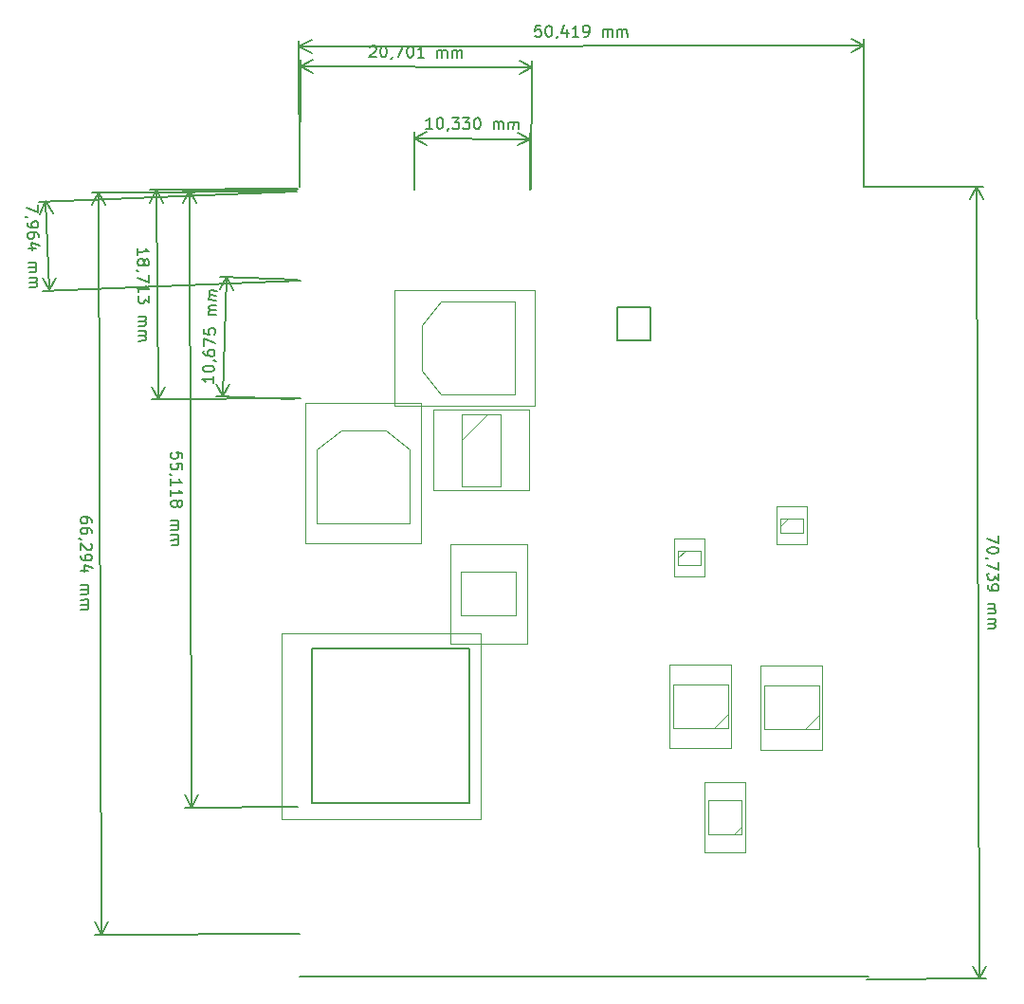
<source format=gbr>
%TF.GenerationSoftware,KiCad,Pcbnew,(5.1.12)-1*%
%TF.CreationDate,2021-12-15T12:49:01+01:00*%
%TF.ProjectId,HorseFOT_thomas_v1,486f7273-6546-44f5-945f-74686f6d6173,rev?*%
%TF.SameCoordinates,Original*%
%TF.FileFunction,OtherDrawing,Comment*%
%FSLAX46Y46*%
G04 Gerber Fmt 4.6, Leading zero omitted, Abs format (unit mm)*
G04 Created by KiCad (PCBNEW (5.1.12)-1) date 2021-12-15 12:49:01*
%MOMM*%
%LPD*%
G01*
G04 APERTURE LIST*
%ADD10C,0.150000*%
%ADD11C,0.200000*%
%ADD12C,0.100000*%
%ADD13C,0.050000*%
G04 APERTURE END LIST*
D10*
X110348487Y-42721313D02*
X110375106Y-43387448D01*
X109358791Y-42999147D01*
X109440596Y-43853705D02*
X109393015Y-43855606D01*
X109295952Y-43811828D01*
X109246469Y-43766148D01*
X109412028Y-44331417D02*
X109419634Y-44521741D01*
X109471018Y-44615002D01*
X109520500Y-44660682D01*
X109667046Y-44750140D01*
X109859271Y-44790116D01*
X110239920Y-44774905D01*
X110333181Y-44723521D01*
X110378861Y-44674039D01*
X110422639Y-44576975D01*
X110415034Y-44386651D01*
X110363650Y-44293390D01*
X110314168Y-44247710D01*
X110217104Y-44203932D01*
X109979199Y-44213439D01*
X109885938Y-44264822D01*
X109840258Y-44314305D01*
X109796480Y-44411368D01*
X109804085Y-44601693D01*
X109855469Y-44694953D01*
X109904951Y-44740633D01*
X110002015Y-44784412D01*
X110464468Y-45623759D02*
X110456863Y-45433435D01*
X110405479Y-45340174D01*
X110355997Y-45294494D01*
X110209451Y-45205036D01*
X110017225Y-45165060D01*
X109636577Y-45180271D01*
X109543316Y-45231655D01*
X109497636Y-45281137D01*
X109453858Y-45378200D01*
X109461463Y-45568525D01*
X109512847Y-45661786D01*
X109562329Y-45707465D01*
X109659393Y-45751244D01*
X109897298Y-45741737D01*
X109990559Y-45690353D01*
X110036239Y-45640871D01*
X110080017Y-45543807D01*
X110072412Y-45353483D01*
X110021028Y-45260222D01*
X109971546Y-45214543D01*
X109874482Y-45170764D01*
X110169427Y-46588690D02*
X109503292Y-46615308D01*
X110540569Y-46335574D02*
X109817347Y-46126188D01*
X109842064Y-46744742D01*
X109554628Y-47899997D02*
X110220763Y-47873379D01*
X110125601Y-47877181D02*
X110175083Y-47922861D01*
X110226467Y-48016122D01*
X110232171Y-48158865D01*
X110188393Y-48255929D01*
X110095132Y-48307312D01*
X109571740Y-48328227D01*
X110095132Y-48307312D02*
X110192195Y-48351091D01*
X110243579Y-48444352D01*
X110249283Y-48587095D01*
X110205505Y-48684158D01*
X110112244Y-48735542D01*
X109588852Y-48756457D01*
X109607865Y-49232267D02*
X110274000Y-49205649D01*
X110178838Y-49209451D02*
X110228321Y-49255131D01*
X110279704Y-49348392D01*
X110285408Y-49491135D01*
X110241630Y-49588199D01*
X110148369Y-49639582D01*
X109624977Y-49660497D01*
X110148369Y-49639582D02*
X110245433Y-49683361D01*
X110296816Y-49776622D01*
X110302520Y-49919365D01*
X110258742Y-50016428D01*
X110165481Y-50067812D01*
X109642089Y-50088727D01*
X111407572Y-50381597D02*
X111089572Y-42423597D01*
X133795000Y-49487000D02*
X110821619Y-50405011D01*
X133477000Y-41529000D02*
X110503619Y-42447011D01*
X111089572Y-42423597D02*
X111720504Y-43525788D01*
X111089572Y-42423597D02*
X110548598Y-43572617D01*
X111407572Y-50381597D02*
X111948546Y-49232577D01*
X111407572Y-50381597D02*
X110776640Y-49279406D01*
X145601608Y-35942452D02*
X145030190Y-35938967D01*
X145315899Y-35940710D02*
X145321998Y-34940728D01*
X145225891Y-35083002D01*
X145130073Y-35177658D01*
X145034547Y-35224695D01*
X146226743Y-34946246D02*
X146321980Y-34946827D01*
X146416925Y-34995026D01*
X146464253Y-35042935D01*
X146511291Y-35138461D01*
X146557747Y-35329224D01*
X146556295Y-35567315D01*
X146507515Y-35757497D01*
X146459316Y-35852443D01*
X146411408Y-35899771D01*
X146315881Y-35946808D01*
X146220645Y-35946228D01*
X146125699Y-35898029D01*
X146078371Y-35850120D01*
X146031334Y-35754593D01*
X145984877Y-35563830D01*
X145986329Y-35325739D01*
X146035109Y-35135557D01*
X146083308Y-35040611D01*
X146131216Y-34993284D01*
X146226743Y-34946246D01*
X147030444Y-35903546D02*
X147030153Y-35951165D01*
X146981954Y-36046110D01*
X146934046Y-36093438D01*
X147369579Y-34953216D02*
X147988615Y-34956991D01*
X147652965Y-35335904D01*
X147795819Y-35336775D01*
X147890765Y-35384974D01*
X147938093Y-35432883D01*
X147985130Y-35528409D01*
X147983678Y-35766500D01*
X147935479Y-35861446D01*
X147887571Y-35908774D01*
X147792044Y-35955811D01*
X147506335Y-35954069D01*
X147411389Y-35905870D01*
X147364061Y-35857961D01*
X148321942Y-34959024D02*
X148940978Y-34962800D01*
X148605328Y-35341712D01*
X148748182Y-35342583D01*
X148843128Y-35390782D01*
X148890456Y-35438691D01*
X148937493Y-35534218D01*
X148936041Y-35772308D01*
X148887842Y-35867254D01*
X148839934Y-35914582D01*
X148744407Y-35961619D01*
X148458698Y-35959877D01*
X148363752Y-35911678D01*
X148316425Y-35863769D01*
X149560015Y-34966575D02*
X149655251Y-34967156D01*
X149750197Y-35015355D01*
X149797525Y-35063263D01*
X149844562Y-35158790D01*
X149891018Y-35349553D01*
X149889566Y-35587644D01*
X149840787Y-35777826D01*
X149792588Y-35872772D01*
X149744679Y-35920100D01*
X149649152Y-35967137D01*
X149553916Y-35966556D01*
X149458970Y-35918357D01*
X149411642Y-35870449D01*
X149364605Y-35774922D01*
X149318148Y-35584159D01*
X149319600Y-35346068D01*
X149368380Y-35155886D01*
X149416579Y-35060940D01*
X149464488Y-35013612D01*
X149560015Y-34966575D01*
X151077697Y-35975849D02*
X151081763Y-35309195D01*
X151081182Y-35404432D02*
X151129091Y-35357104D01*
X151224617Y-35310066D01*
X151367472Y-35310938D01*
X151462418Y-35359137D01*
X151509455Y-35454663D01*
X151506261Y-35978463D01*
X151509455Y-35454663D02*
X151557654Y-35359717D01*
X151653181Y-35312680D01*
X151796035Y-35313551D01*
X151890981Y-35361750D01*
X151938019Y-35457277D01*
X151934824Y-35981077D01*
X152411006Y-35983981D02*
X152415071Y-35317327D01*
X152414491Y-35412563D02*
X152462399Y-35365235D01*
X152557926Y-35318198D01*
X152700780Y-35319069D01*
X152795726Y-35367268D01*
X152842764Y-35462795D01*
X152839569Y-35986595D01*
X152842764Y-35462795D02*
X152890963Y-35367849D01*
X152986489Y-35320812D01*
X153129344Y-35321683D01*
X153224290Y-35369882D01*
X153271327Y-35465409D01*
X153268133Y-35989208D01*
X144002802Y-36780337D02*
X154332802Y-36843337D01*
X143975000Y-41339000D02*
X144006378Y-36193927D01*
X154305000Y-41402000D02*
X154336378Y-36256927D01*
X154332802Y-36843337D02*
X153202743Y-37422877D01*
X154332802Y-36843337D02*
X153209896Y-36250057D01*
X144002802Y-36780337D02*
X145125708Y-37373617D01*
X144002802Y-36780337D02*
X145132861Y-36200797D01*
X126078920Y-58048756D02*
X126058525Y-58619820D01*
X126068723Y-58334288D02*
X125069360Y-58298596D01*
X125208727Y-58398873D01*
X125300505Y-58497449D01*
X125344695Y-58594326D01*
X125101652Y-57394411D02*
X125105052Y-57299234D01*
X125156039Y-57205756D01*
X125205328Y-57159867D01*
X125302205Y-57115677D01*
X125494259Y-57074887D01*
X125732203Y-57083385D01*
X125920858Y-57137772D01*
X126014336Y-57188760D01*
X126060225Y-57238048D01*
X126104414Y-57334925D01*
X126101015Y-57430103D01*
X126050027Y-57523580D01*
X126000739Y-57569469D01*
X125903862Y-57613659D01*
X125711808Y-57654449D01*
X125473864Y-57645951D01*
X125285209Y-57591564D01*
X125191731Y-57540576D01*
X125145842Y-57491288D01*
X125101652Y-57394411D01*
X126082320Y-56619395D02*
X126129908Y-56621094D01*
X126223386Y-56672082D01*
X126269275Y-56721371D01*
X125161138Y-55728806D02*
X125154340Y-55919161D01*
X125198529Y-56016038D01*
X125244418Y-56065326D01*
X125383785Y-56165603D01*
X125572441Y-56219990D01*
X125953150Y-56233586D01*
X126050027Y-56189397D01*
X126099316Y-56143508D01*
X126150304Y-56050030D01*
X126157102Y-55859675D01*
X126112912Y-55762798D01*
X126067023Y-55713510D01*
X125973545Y-55662522D01*
X125735602Y-55654024D01*
X125638725Y-55698213D01*
X125589437Y-55744103D01*
X125538449Y-55837580D01*
X125531650Y-56027935D01*
X125575840Y-56124812D01*
X125621729Y-56174101D01*
X125715207Y-56225088D01*
X125176435Y-55300508D02*
X125200229Y-54634266D01*
X126184295Y-55098256D01*
X125230822Y-53777669D02*
X125213826Y-54253556D01*
X125688013Y-54318141D01*
X125642124Y-54268853D01*
X125597935Y-54171976D01*
X125606433Y-53934032D01*
X125657420Y-53840554D01*
X125706709Y-53794665D01*
X125803586Y-53750476D01*
X126041529Y-53758974D01*
X126135007Y-53809962D01*
X126180896Y-53859250D01*
X126225086Y-53956127D01*
X126216588Y-54194070D01*
X126165600Y-54287548D01*
X126116312Y-54333437D01*
X126274374Y-52576054D02*
X125608132Y-52552260D01*
X125703310Y-52555659D02*
X125657420Y-52506371D01*
X125613231Y-52409494D01*
X125618330Y-52266728D01*
X125669318Y-52173250D01*
X125766195Y-52129060D01*
X126289670Y-52147756D01*
X125766195Y-52129060D02*
X125672717Y-52078073D01*
X125628527Y-51981196D01*
X125633626Y-51838429D01*
X125684614Y-51744952D01*
X125781491Y-51700762D01*
X126304967Y-51719458D01*
X126321963Y-51243571D02*
X125655721Y-51219776D01*
X125750898Y-51223175D02*
X125705009Y-51173887D01*
X125660820Y-51077010D01*
X125665918Y-50934244D01*
X125716906Y-50840766D01*
X125813783Y-50796577D01*
X126337259Y-50815272D01*
X125813783Y-50796577D02*
X125720306Y-50745589D01*
X125676116Y-50648712D01*
X125681215Y-50505946D01*
X125732203Y-50412468D01*
X125829080Y-50368278D01*
X126352556Y-50386974D01*
X127243970Y-49175856D02*
X126862970Y-59843856D01*
X133604000Y-49403000D02*
X126657923Y-49154926D01*
X133223000Y-60071000D02*
X126276923Y-59822926D01*
X126862970Y-59843856D02*
X126317130Y-58697140D01*
X126862970Y-59843856D02*
X127489224Y-58739000D01*
X127243970Y-49175856D02*
X126617716Y-50280712D01*
X127243970Y-49175856D02*
X127789810Y-50322572D01*
X115189702Y-71079859D02*
X115188972Y-70889384D01*
X115140989Y-70794329D01*
X115093188Y-70746893D01*
X114949967Y-70652203D01*
X114759309Y-70605314D01*
X114378360Y-70606773D01*
X114283305Y-70654757D01*
X114235869Y-70702558D01*
X114188615Y-70797978D01*
X114189345Y-70988453D01*
X114237328Y-71083508D01*
X114285129Y-71130944D01*
X114380549Y-71178198D01*
X114618643Y-71177285D01*
X114713698Y-71129302D01*
X114761134Y-71081501D01*
X114808388Y-70986081D01*
X114807658Y-70795606D01*
X114759674Y-70700551D01*
X114711873Y-70653115D01*
X114616453Y-70605861D01*
X115193351Y-72032233D02*
X115192621Y-71841758D01*
X115144638Y-71746703D01*
X115096837Y-71699267D01*
X114953616Y-71604577D01*
X114762958Y-71557688D01*
X114382009Y-71559147D01*
X114286954Y-71607131D01*
X114239518Y-71654932D01*
X114192264Y-71750352D01*
X114192993Y-71940827D01*
X114240977Y-72035882D01*
X114288778Y-72083318D01*
X114384198Y-72130572D01*
X114622292Y-72129659D01*
X114717347Y-72081676D01*
X114764783Y-72033875D01*
X114812037Y-71938455D01*
X114811307Y-71747980D01*
X114763323Y-71652925D01*
X114715522Y-71605489D01*
X114620102Y-71558235D01*
X114243166Y-72607306D02*
X114195548Y-72607488D01*
X114100128Y-72560235D01*
X114052327Y-72512798D01*
X115101763Y-72984971D02*
X115149564Y-73032408D01*
X115197547Y-73127463D01*
X115198460Y-73365556D01*
X115151206Y-73460976D01*
X115103770Y-73508777D01*
X115008715Y-73556761D01*
X114913477Y-73557126D01*
X114770439Y-73510054D01*
X114196825Y-72940819D01*
X114199197Y-73559862D01*
X114201021Y-74036049D02*
X114201751Y-74226524D01*
X114249735Y-74321579D01*
X114297536Y-74369015D01*
X114440757Y-74463705D01*
X114631414Y-74510594D01*
X115012364Y-74509135D01*
X115107418Y-74461151D01*
X115154855Y-74413350D01*
X115202109Y-74317930D01*
X115201379Y-74127455D01*
X115153395Y-74032400D01*
X115105594Y-73984964D01*
X115010174Y-73937710D01*
X114772081Y-73938623D01*
X114677026Y-73986606D01*
X114629589Y-74034407D01*
X114582336Y-74129827D01*
X114583065Y-74320302D01*
X114631049Y-74415357D01*
X114678850Y-74462793D01*
X114774270Y-74510047D01*
X114872791Y-75366819D02*
X114206130Y-75369373D01*
X115252829Y-75127265D02*
X114537636Y-74891909D01*
X114540008Y-75510952D01*
X114211056Y-76655078D02*
X114877718Y-76652523D01*
X114782480Y-76652888D02*
X114830281Y-76700325D01*
X114878265Y-76795380D01*
X114878812Y-76938236D01*
X114831558Y-77033655D01*
X114736503Y-77081639D01*
X114212698Y-77083646D01*
X114736503Y-77081639D02*
X114831923Y-77128893D01*
X114879907Y-77223948D01*
X114880454Y-77366804D01*
X114833200Y-77462224D01*
X114738145Y-77510207D01*
X114214340Y-77512214D01*
X114216164Y-77988401D02*
X114882826Y-77985847D01*
X114787589Y-77986212D02*
X114835390Y-78033648D01*
X114883373Y-78128703D01*
X114883921Y-78271559D01*
X114836667Y-78366979D01*
X114741612Y-78414963D01*
X114217806Y-78416970D01*
X114741612Y-78414963D02*
X114837032Y-78462216D01*
X114885015Y-78557271D01*
X114885563Y-78700127D01*
X114838309Y-78795547D01*
X114743254Y-78843531D01*
X114219448Y-78845538D01*
X115829126Y-41596616D02*
X116083126Y-107890616D01*
X133477000Y-41529000D02*
X115242709Y-41598863D01*
X133731000Y-107823000D02*
X115496709Y-107892863D01*
X116083126Y-107890616D02*
X115492393Y-106766367D01*
X116083126Y-107890616D02*
X116665226Y-106761874D01*
X115829126Y-41596616D02*
X115247026Y-42725358D01*
X115829126Y-41596616D02*
X116419859Y-42720865D01*
X123259221Y-65365632D02*
X123258124Y-64889442D01*
X122781825Y-64842921D01*
X122829554Y-64890430D01*
X122877392Y-64985558D01*
X122877941Y-65223653D01*
X122830541Y-65319000D01*
X122783032Y-65366729D01*
X122687904Y-65414567D01*
X122449809Y-65415116D01*
X122354462Y-65367716D01*
X122306733Y-65320207D01*
X122258895Y-65225079D01*
X122258346Y-64986984D01*
X122305746Y-64891637D01*
X122353255Y-64843908D01*
X123261416Y-66318010D02*
X123260319Y-65841821D01*
X122784020Y-65795299D01*
X122831748Y-65842808D01*
X122879587Y-65937937D01*
X122880135Y-66176031D01*
X122832736Y-66271379D01*
X122785227Y-66319107D01*
X122690098Y-66366946D01*
X122452004Y-66367494D01*
X122356656Y-66320095D01*
X122308928Y-66272586D01*
X122261089Y-66177457D01*
X122260541Y-65939363D01*
X122307940Y-65844015D01*
X122355449Y-65796287D01*
X122310244Y-66844013D02*
X122262625Y-66844122D01*
X122167278Y-66796723D01*
X122119549Y-66749214D01*
X122264820Y-67796501D02*
X122263503Y-67225074D01*
X122264161Y-67510787D02*
X123264159Y-67508483D01*
X123121083Y-67413574D01*
X123025625Y-67318556D01*
X122977787Y-67223428D01*
X122267014Y-68748879D02*
X122265697Y-68177452D01*
X122266356Y-68463166D02*
X123266353Y-68460862D01*
X123123277Y-68365953D01*
X123027820Y-68270934D01*
X122979981Y-68175806D01*
X122839758Y-69318990D02*
X122887157Y-69223642D01*
X122934667Y-69175913D01*
X123029795Y-69128075D01*
X123077414Y-69127965D01*
X123172761Y-69175365D01*
X123220490Y-69222874D01*
X123268328Y-69318002D01*
X123268767Y-69508478D01*
X123221368Y-69603825D01*
X123173858Y-69651554D01*
X123078730Y-69699392D01*
X123031111Y-69699502D01*
X122935764Y-69652103D01*
X122888035Y-69604593D01*
X122840197Y-69509465D01*
X122839758Y-69318990D01*
X122791919Y-69223862D01*
X122744191Y-69176352D01*
X122648843Y-69128953D01*
X122458368Y-69129392D01*
X122363239Y-69177230D01*
X122315730Y-69224959D01*
X122268331Y-69320306D01*
X122268770Y-69510782D01*
X122316608Y-69605910D01*
X122364337Y-69653419D01*
X122459684Y-69700819D01*
X122650160Y-69700380D01*
X122745288Y-69652542D01*
X122792797Y-69604813D01*
X122840197Y-69509465D01*
X122271952Y-70891731D02*
X122938616Y-70890195D01*
X122843379Y-70890414D02*
X122891107Y-70937923D01*
X122938946Y-71033051D01*
X122939275Y-71175908D01*
X122891875Y-71271256D01*
X122796747Y-71319094D01*
X122272939Y-71320301D01*
X122796747Y-71319094D02*
X122892095Y-71366494D01*
X122939933Y-71461622D01*
X122940262Y-71604478D01*
X122892863Y-71699826D01*
X122797735Y-71747664D01*
X122273927Y-71748871D01*
X122275024Y-72225060D02*
X122941689Y-72223524D01*
X122846451Y-72223744D02*
X122894179Y-72271253D01*
X122942018Y-72366381D01*
X122942347Y-72509238D01*
X122894948Y-72604585D01*
X122799819Y-72652424D01*
X122276011Y-72653631D01*
X122799819Y-72652424D02*
X122895167Y-72699823D01*
X122943005Y-72794951D01*
X122943334Y-72937808D01*
X122895935Y-73033156D01*
X122800807Y-73080994D01*
X122276999Y-73082201D01*
X123956440Y-41423937D02*
X124083440Y-96541937D01*
X133477000Y-41402000D02*
X123370021Y-41425288D01*
X133604000Y-96520000D02*
X123497021Y-96543288D01*
X124083440Y-96541937D02*
X123494425Y-95416787D01*
X124083440Y-96541937D02*
X124667264Y-95414085D01*
X123956440Y-41423937D02*
X123372616Y-42551789D01*
X123956440Y-41423937D02*
X124545455Y-42549087D01*
X119284587Y-47206523D02*
X119278755Y-46635125D01*
X119281671Y-46920824D02*
X120281619Y-46910617D01*
X120137797Y-46816842D01*
X120041592Y-46722581D01*
X119993003Y-46627834D01*
X119861818Y-47772090D02*
X119908463Y-47676371D01*
X119955593Y-47628268D01*
X120050341Y-47579679D01*
X120097957Y-47579193D01*
X120193676Y-47625838D01*
X120241779Y-47672968D01*
X120290368Y-47767715D01*
X120292312Y-47958182D01*
X120245667Y-48053901D01*
X120198537Y-48102003D01*
X120103790Y-48150592D01*
X120056173Y-48151078D01*
X119960454Y-48104434D01*
X119912351Y-48057303D01*
X119863763Y-47962556D01*
X119861818Y-47772090D01*
X119813230Y-47677343D01*
X119765127Y-47630212D01*
X119669408Y-47583568D01*
X119478942Y-47585512D01*
X119384195Y-47634100D01*
X119337064Y-47682203D01*
X119290420Y-47777922D01*
X119292364Y-47968388D01*
X119340952Y-48063136D01*
X119389055Y-48110266D01*
X119484774Y-48156911D01*
X119675240Y-48154966D01*
X119769988Y-48106378D01*
X119817118Y-48058275D01*
X119863763Y-47962556D01*
X119346785Y-48634534D02*
X119299168Y-48635020D01*
X119203449Y-48588376D01*
X119155347Y-48541245D01*
X120302519Y-48958129D02*
X120309323Y-49624761D01*
X119305001Y-49206419D01*
X119318610Y-50539683D02*
X119312777Y-49968284D01*
X119315694Y-50253984D02*
X120315642Y-50243777D01*
X120171820Y-50150002D01*
X120075615Y-50055741D01*
X120027026Y-49960994D01*
X120321960Y-50862792D02*
X120328279Y-51481808D01*
X119943944Y-51152380D01*
X119945402Y-51295230D01*
X119898757Y-51390949D01*
X119851627Y-51439051D01*
X119756880Y-51487640D01*
X119518797Y-51490070D01*
X119423078Y-51443426D01*
X119374975Y-51396295D01*
X119326387Y-51301548D01*
X119323470Y-51015849D01*
X119370115Y-50920130D01*
X119417245Y-50872027D01*
X119340482Y-52682429D02*
X120007114Y-52675624D01*
X119911880Y-52676596D02*
X119959983Y-52723727D01*
X120008572Y-52818474D01*
X120010030Y-52961323D01*
X119963385Y-53057043D01*
X119868638Y-53105631D01*
X119344856Y-53110978D01*
X119868638Y-53105631D02*
X119964357Y-53152276D01*
X120012946Y-53247023D01*
X120014404Y-53389873D01*
X119967760Y-53485592D01*
X119873013Y-53534180D01*
X119349230Y-53539527D01*
X119354091Y-54015692D02*
X120020723Y-54008888D01*
X119925490Y-54009860D02*
X119973592Y-54056990D01*
X120022181Y-54151738D01*
X120023639Y-54294587D01*
X119976994Y-54390306D01*
X119882247Y-54438895D01*
X119358465Y-54444242D01*
X119882247Y-54438895D02*
X119977967Y-54485540D01*
X120026555Y-54580287D01*
X120028013Y-54723136D01*
X119981369Y-54818856D01*
X119886622Y-54867444D01*
X119362839Y-54872791D01*
X120977830Y-41403880D02*
X121168830Y-60115880D01*
X133604000Y-41275000D02*
X120391440Y-41409865D01*
X133795000Y-59987000D02*
X120582440Y-60121865D01*
X121168830Y-60115880D02*
X120570942Y-58995420D01*
X121168830Y-60115880D02*
X121743722Y-58983449D01*
X120977830Y-41403880D02*
X120402938Y-42536311D01*
X120977830Y-41403880D02*
X121575718Y-42524340D01*
X140015734Y-28632909D02*
X140063644Y-28585583D01*
X140159172Y-28538549D01*
X140397263Y-28540010D01*
X140492207Y-28588212D01*
X140539533Y-28636123D01*
X140586567Y-28731651D01*
X140585983Y-28826887D01*
X140537488Y-28969450D01*
X139962565Y-29537362D01*
X140581601Y-29541160D01*
X141206772Y-28544976D02*
X141302008Y-28545561D01*
X141396952Y-28593763D01*
X141444278Y-28641673D01*
X141491312Y-28737202D01*
X141537762Y-28927966D01*
X141536301Y-29166057D01*
X141487514Y-29356238D01*
X141439312Y-29451182D01*
X141391402Y-29498508D01*
X141295873Y-29545542D01*
X141200637Y-29544958D01*
X141105693Y-29496755D01*
X141058367Y-29448845D01*
X141011333Y-29353316D01*
X140964883Y-29162552D01*
X140966344Y-28924461D01*
X141015131Y-28734280D01*
X141063333Y-28639336D01*
X141111243Y-28592010D01*
X141206772Y-28544976D01*
X142010438Y-29502306D02*
X142010145Y-29549924D01*
X141961943Y-29644868D01*
X141914033Y-29692194D01*
X142349607Y-28551988D02*
X143016261Y-28556077D01*
X142581563Y-29553429D01*
X143587679Y-28559583D02*
X143682916Y-28560167D01*
X143777860Y-28608370D01*
X143825186Y-28656280D01*
X143872220Y-28751809D01*
X143918669Y-28942573D01*
X143917209Y-29180664D01*
X143868422Y-29370845D01*
X143820219Y-29465789D01*
X143772309Y-29513115D01*
X143676781Y-29560149D01*
X143581544Y-29559564D01*
X143486600Y-29511362D01*
X143439274Y-29463452D01*
X143392240Y-29367923D01*
X143345791Y-29177158D01*
X143347251Y-28939068D01*
X143396038Y-28748887D01*
X143444241Y-28653943D01*
X143492151Y-28606617D01*
X143587679Y-28559583D01*
X144867234Y-29567452D02*
X144295817Y-29563946D01*
X144581526Y-29565699D02*
X144587660Y-28565718D01*
X144491548Y-28707988D01*
X144395727Y-28802640D01*
X144300199Y-28849674D01*
X146057688Y-29574755D02*
X146061778Y-28908101D01*
X146061194Y-29003338D02*
X146109104Y-28956012D01*
X146204633Y-28908978D01*
X146347487Y-28909854D01*
X146442431Y-28958056D01*
X146489465Y-29053585D01*
X146486252Y-29577385D01*
X146489465Y-29053585D02*
X146537668Y-28958641D01*
X146633196Y-28911607D01*
X146776050Y-28912483D01*
X146870995Y-28960686D01*
X146918028Y-29056214D01*
X146914815Y-29580014D01*
X147390997Y-29582935D02*
X147395086Y-28916281D01*
X147394502Y-29011517D02*
X147442412Y-28964191D01*
X147537941Y-28917157D01*
X147680795Y-28918034D01*
X147775739Y-28966236D01*
X147822773Y-29061765D01*
X147819560Y-29585564D01*
X147822773Y-29061765D02*
X147870976Y-28966821D01*
X147966504Y-28919787D01*
X148109359Y-28920663D01*
X148204303Y-28968866D01*
X148251337Y-29064394D01*
X148248123Y-29588194D01*
X133797263Y-30347174D02*
X154498263Y-30474174D01*
X133731000Y-41148000D02*
X133800860Y-29760765D01*
X154432000Y-41275000D02*
X154501860Y-29887765D01*
X154498263Y-30474174D02*
X153368183Y-31053673D01*
X154498263Y-30474174D02*
X153375378Y-29880853D01*
X133797263Y-30347174D02*
X134920148Y-30940495D01*
X133797263Y-30347174D02*
X134927343Y-29767675D01*
X196161127Y-72284324D02*
X196163520Y-72950986D01*
X195161988Y-72526008D01*
X196165572Y-73522411D02*
X196165914Y-73617649D01*
X196118637Y-73713057D01*
X196071190Y-73760847D01*
X195976123Y-73808808D01*
X195785819Y-73857110D01*
X195547725Y-73857965D01*
X195357079Y-73811030D01*
X195261671Y-73763754D01*
X195213881Y-73716306D01*
X195165920Y-73621239D01*
X195165579Y-73526002D01*
X195212855Y-73430593D01*
X195260303Y-73382804D01*
X195355370Y-73334843D01*
X195545674Y-73286540D01*
X195783767Y-73285685D01*
X195974413Y-73332620D01*
X196069822Y-73379897D01*
X196117611Y-73427345D01*
X196165572Y-73522411D01*
X195216104Y-74335350D02*
X195168485Y-74335521D01*
X195073077Y-74288244D01*
X195025287Y-74240796D01*
X196169676Y-74665261D02*
X196172069Y-75331923D01*
X195170537Y-74906945D01*
X196173095Y-75617636D02*
X196175318Y-76236679D01*
X195793171Y-75904716D01*
X195793684Y-76047572D01*
X195746407Y-76142981D01*
X195698960Y-76190771D01*
X195603893Y-76238731D01*
X195365800Y-76239586D01*
X195270391Y-76192309D01*
X195222601Y-76144862D01*
X195174641Y-76049795D01*
X195173615Y-75764083D01*
X195220891Y-75668674D01*
X195268339Y-75620885D01*
X195177034Y-76716458D02*
X195177718Y-76906933D01*
X195225679Y-77001999D01*
X195273469Y-77049447D01*
X195416667Y-77144171D01*
X195607313Y-77191106D01*
X195988263Y-77189738D01*
X196083329Y-77141778D01*
X196130777Y-77093988D01*
X196178054Y-76998579D01*
X196177370Y-76808104D01*
X196129409Y-76713038D01*
X196081619Y-76665590D01*
X195986211Y-76618313D01*
X195748117Y-76619168D01*
X195653051Y-76667129D01*
X195605603Y-76714919D01*
X195558326Y-76810327D01*
X195559010Y-77000802D01*
X195606971Y-77095869D01*
X195654761Y-77143316D01*
X195750169Y-77190593D01*
X195183019Y-78383113D02*
X195849681Y-78380720D01*
X195754444Y-78381062D02*
X195802233Y-78428509D01*
X195850194Y-78523576D01*
X195850707Y-78666432D01*
X195803430Y-78761841D01*
X195708364Y-78809801D01*
X195184558Y-78811682D01*
X195708364Y-78809801D02*
X195803772Y-78857078D01*
X195851733Y-78952145D01*
X195852246Y-79095001D01*
X195804969Y-79190409D01*
X195709903Y-79238370D01*
X195186096Y-79240251D01*
X195187806Y-79716438D02*
X195854469Y-79714044D01*
X195759231Y-79714386D02*
X195807021Y-79761834D01*
X195854982Y-79856901D01*
X195855495Y-79999757D01*
X195808218Y-80095165D01*
X195713151Y-80143126D01*
X195189345Y-80145007D01*
X195713151Y-80143126D02*
X195808560Y-80190403D01*
X195856520Y-80285469D01*
X195857033Y-80428326D01*
X195809757Y-80523734D01*
X195714690Y-80571695D01*
X195190884Y-80573576D01*
X194201566Y-41111908D02*
X194455566Y-111850908D01*
X184150000Y-41148000D02*
X194787983Y-41109803D01*
X184404000Y-111887000D02*
X195041983Y-111848803D01*
X194455566Y-111850908D02*
X193865104Y-110726517D01*
X194455566Y-111850908D02*
X195037938Y-110722306D01*
X194201566Y-41111908D02*
X193619194Y-42240510D01*
X194201566Y-41111908D02*
X194792028Y-42236299D01*
X155285255Y-26719148D02*
X154809066Y-26720348D01*
X154762647Y-27196657D01*
X154810146Y-27148918D01*
X154905263Y-27101059D01*
X155143358Y-27100459D01*
X155238716Y-27147838D01*
X155286454Y-27195337D01*
X155334313Y-27290455D01*
X155334913Y-27528549D01*
X155287534Y-27623907D01*
X155240035Y-27671646D01*
X155144917Y-27719505D01*
X154906823Y-27720105D01*
X154811465Y-27672726D01*
X154763726Y-27625227D01*
X155951920Y-26717469D02*
X156047157Y-26717229D01*
X156142515Y-26764608D01*
X156190254Y-26812107D01*
X156238113Y-26907225D01*
X156286211Y-27097580D01*
X156286811Y-27335675D01*
X156239672Y-27526270D01*
X156192293Y-27621628D01*
X156144794Y-27669367D01*
X156049676Y-27717226D01*
X155954438Y-27717466D01*
X155859081Y-27670087D01*
X155811342Y-27622588D01*
X155763483Y-27527470D01*
X155715384Y-27337114D01*
X155714785Y-27099020D01*
X155761924Y-26908424D01*
X155809303Y-26813067D01*
X155856802Y-26765328D01*
X155951920Y-26717469D01*
X156763840Y-27667808D02*
X156763960Y-27715427D01*
X156716581Y-27810784D01*
X156669082Y-27858523D01*
X157619421Y-27046603D02*
X157621100Y-27713268D01*
X157380366Y-26666252D02*
X157144071Y-27381135D01*
X157763117Y-27379575D01*
X158668716Y-27710629D02*
X158097289Y-27712068D01*
X158383002Y-27711348D02*
X158380483Y-26711352D01*
X158285605Y-26854448D01*
X158190607Y-26949926D01*
X158095490Y-26997785D01*
X159144904Y-27709429D02*
X159335380Y-27708949D01*
X159430498Y-27661091D01*
X159477997Y-27613352D01*
X159572875Y-27470255D01*
X159620014Y-27279660D01*
X159619054Y-26898709D01*
X159571196Y-26803591D01*
X159523457Y-26756092D01*
X159428099Y-26708713D01*
X159237623Y-26709193D01*
X159142506Y-26757051D01*
X159095007Y-26804790D01*
X159047628Y-26900148D01*
X159048227Y-27138242D01*
X159096086Y-27233360D01*
X159143825Y-27280859D01*
X159239183Y-27328238D01*
X159429658Y-27327758D01*
X159524776Y-27279900D01*
X159572275Y-27232161D01*
X159619654Y-27136803D01*
X160811566Y-27705231D02*
X160809887Y-27038567D01*
X160810126Y-27133804D02*
X160857625Y-27086066D01*
X160952743Y-27038207D01*
X161095600Y-27037847D01*
X161190958Y-27085226D01*
X161238817Y-27180344D01*
X161240136Y-27704152D01*
X161238817Y-27180344D02*
X161286196Y-27084986D01*
X161381313Y-27037127D01*
X161524170Y-27036767D01*
X161619528Y-27084146D01*
X161667387Y-27179264D01*
X161668706Y-27703072D01*
X162144895Y-27701873D02*
X162143216Y-27035208D01*
X162143456Y-27130446D02*
X162190955Y-27082707D01*
X162286072Y-27034848D01*
X162428929Y-27034488D01*
X162524287Y-27081867D01*
X162572146Y-27176985D01*
X162573465Y-27700793D01*
X162572146Y-27176985D02*
X162619525Y-27081628D01*
X162714642Y-27033769D01*
X162857499Y-27033409D01*
X162952857Y-27080788D01*
X163000716Y-27175906D01*
X163002035Y-27699714D01*
X133699446Y-28621146D02*
X184118446Y-28494146D01*
X133731000Y-41148000D02*
X133697969Y-28034727D01*
X184150000Y-41021000D02*
X184116969Y-27907727D01*
X184118446Y-28494146D02*
X182993423Y-29083402D01*
X184118446Y-28494146D02*
X182990469Y-27910565D01*
X133699446Y-28621146D02*
X134827423Y-29204727D01*
X133699446Y-28621146D02*
X134824469Y-28031890D01*
X133731000Y-111633000D02*
X184531000Y-111633000D01*
D11*
%TO.C,J2*%
X148909000Y-82381000D02*
X148909000Y-96181000D01*
X148909000Y-96181000D02*
X134809000Y-96181000D01*
X134809000Y-96181000D02*
X134809000Y-82381000D01*
X134809000Y-82381000D02*
X148909000Y-82381000D01*
D12*
X149909000Y-80981000D02*
X149909000Y-97581000D01*
X149909000Y-97581000D02*
X132159000Y-97581000D01*
X132159000Y-97581000D02*
X132159000Y-80981000D01*
X132159000Y-80981000D02*
X149909000Y-80981000D01*
D13*
%TO.C,U2*%
X145712000Y-61043000D02*
X154262000Y-61043000D01*
X154262000Y-61043000D02*
X154262000Y-68243000D01*
X154262000Y-68243000D02*
X145712000Y-68243000D01*
X145712000Y-68243000D02*
X145712000Y-61043000D01*
D12*
X148237000Y-61393000D02*
X151737000Y-61393000D01*
X151737000Y-61393000D02*
X151737000Y-67893000D01*
X151737000Y-67893000D02*
X148237000Y-67893000D01*
X148237000Y-67893000D02*
X148237000Y-61393000D01*
X148237000Y-63693000D02*
X150537000Y-61393000D01*
%TO.C,IC1*%
X148172000Y-79420000D02*
X153072000Y-79420000D01*
X153072000Y-79420000D02*
X153072000Y-75520000D01*
X153072000Y-75520000D02*
X148172000Y-75520000D01*
X148172000Y-75520000D02*
X148172000Y-79420000D01*
X147172000Y-81935000D02*
X154072000Y-81935000D01*
X154072000Y-81935000D02*
X154072000Y-73005000D01*
X154072000Y-73005000D02*
X147172000Y-73005000D01*
X147172000Y-73005000D02*
X147172000Y-81935000D01*
D11*
%TO.C,IC2*%
X165076000Y-54840000D02*
X165076000Y-51840000D01*
X165076000Y-51840000D02*
X162076000Y-51840000D01*
X162076000Y-51840000D02*
X162076000Y-54840000D01*
X162076000Y-54840000D02*
X165076000Y-54840000D01*
D12*
%TO.C,U5*%
X172554000Y-98909000D02*
X173204000Y-98259000D01*
X170204000Y-98909000D02*
X173204000Y-98909000D01*
X170204000Y-95909000D02*
X170204000Y-98909000D01*
X173204000Y-95909000D02*
X170204000Y-95909000D01*
X173204000Y-98909000D02*
X173204000Y-95909000D01*
D13*
X169904000Y-100559000D02*
X173504000Y-100559000D01*
X169904000Y-94259000D02*
X169904000Y-100559000D01*
X173504000Y-94259000D02*
X169904000Y-94259000D01*
X173504000Y-100559000D02*
X173504000Y-94259000D01*
D12*
%TO.C,U4*%
X170725000Y-89453000D02*
X171995000Y-88183000D01*
X167095000Y-89453000D02*
X171995000Y-89453000D01*
X167095000Y-85553000D02*
X167095000Y-89453000D01*
X171995000Y-85553000D02*
X167095000Y-85553000D01*
X171995000Y-89453000D02*
X171995000Y-85553000D01*
D13*
X166795000Y-91253000D02*
X172295000Y-91253000D01*
X166795000Y-83753000D02*
X166795000Y-91253000D01*
X172295000Y-83753000D02*
X166795000Y-83753000D01*
X172295000Y-91253000D02*
X172295000Y-83753000D01*
D12*
%TO.C,U3*%
X178853000Y-89580000D02*
X180123000Y-88310000D01*
X175223000Y-89580000D02*
X180123000Y-89580000D01*
X175223000Y-85680000D02*
X175223000Y-89580000D01*
X180123000Y-85680000D02*
X175223000Y-85680000D01*
X180123000Y-89580000D02*
X180123000Y-85680000D01*
D13*
X174923000Y-91380000D02*
X180423000Y-91380000D01*
X174923000Y-83880000D02*
X174923000Y-91380000D01*
X180423000Y-83880000D02*
X174923000Y-83880000D01*
X180423000Y-91380000D02*
X180423000Y-83880000D01*
D12*
%TO.C,Q2*%
X168194000Y-73604000D02*
X167544000Y-74254000D01*
X169544000Y-73604000D02*
X167544000Y-73604000D01*
X169544000Y-74854000D02*
X169544000Y-73604000D01*
X167544000Y-74854000D02*
X169544000Y-74854000D01*
X167544000Y-73604000D02*
X167544000Y-74854000D01*
D13*
X169894000Y-72529000D02*
X167194000Y-72529000D01*
X169894000Y-75929000D02*
X169894000Y-72529000D01*
X167194000Y-75929000D02*
X169894000Y-75929000D01*
X167194000Y-72529000D02*
X167194000Y-75929000D01*
D12*
%TO.C,Q1*%
X177323000Y-70749000D02*
X176673000Y-71399000D01*
X178673000Y-70749000D02*
X176673000Y-70749000D01*
X178673000Y-71999000D02*
X178673000Y-70749000D01*
X176673000Y-71999000D02*
X178673000Y-71999000D01*
X176673000Y-70749000D02*
X176673000Y-71999000D01*
D13*
X179023000Y-69674000D02*
X176323000Y-69674000D01*
X179023000Y-73074000D02*
X179023000Y-69674000D01*
X176323000Y-73074000D02*
X179023000Y-73074000D01*
X176323000Y-69674000D02*
X176323000Y-73074000D01*
D12*
%TO.C,C8*%
X141446000Y-62906000D02*
X143596000Y-64556000D01*
X137446000Y-62906000D02*
X141446000Y-62906000D01*
X135296000Y-64556000D02*
X137446000Y-62906000D01*
X135296000Y-71206000D02*
X135296000Y-64556000D01*
X135446000Y-71206000D02*
X135296000Y-71206000D01*
X143596000Y-71206000D02*
X135446000Y-71206000D01*
X143596000Y-64556000D02*
X143596000Y-71206000D01*
X141446000Y-62906000D02*
X143596000Y-64556000D01*
D13*
X134296000Y-60456000D02*
X144596000Y-60456000D01*
X134296000Y-72956000D02*
X134296000Y-60456000D01*
X144596000Y-72956000D02*
X134296000Y-72956000D01*
X144596000Y-60456000D02*
X144596000Y-72956000D01*
D12*
%TO.C,C5*%
X144694000Y-53499000D02*
X146344000Y-51349000D01*
X144694000Y-57499000D02*
X144694000Y-53499000D01*
X146344000Y-59649000D02*
X144694000Y-57499000D01*
X152994000Y-59649000D02*
X146344000Y-59649000D01*
X152994000Y-59499000D02*
X152994000Y-59649000D01*
X152994000Y-51349000D02*
X152994000Y-59499000D01*
X146344000Y-51349000D02*
X152994000Y-51349000D01*
X144694000Y-53499000D02*
X146344000Y-51349000D01*
D13*
X142244000Y-60649000D02*
X142244000Y-50349000D01*
X154744000Y-60649000D02*
X142244000Y-60649000D01*
X154744000Y-50349000D02*
X154744000Y-60649000D01*
X142244000Y-50349000D02*
X154744000Y-50349000D01*
%TD*%
M02*

</source>
